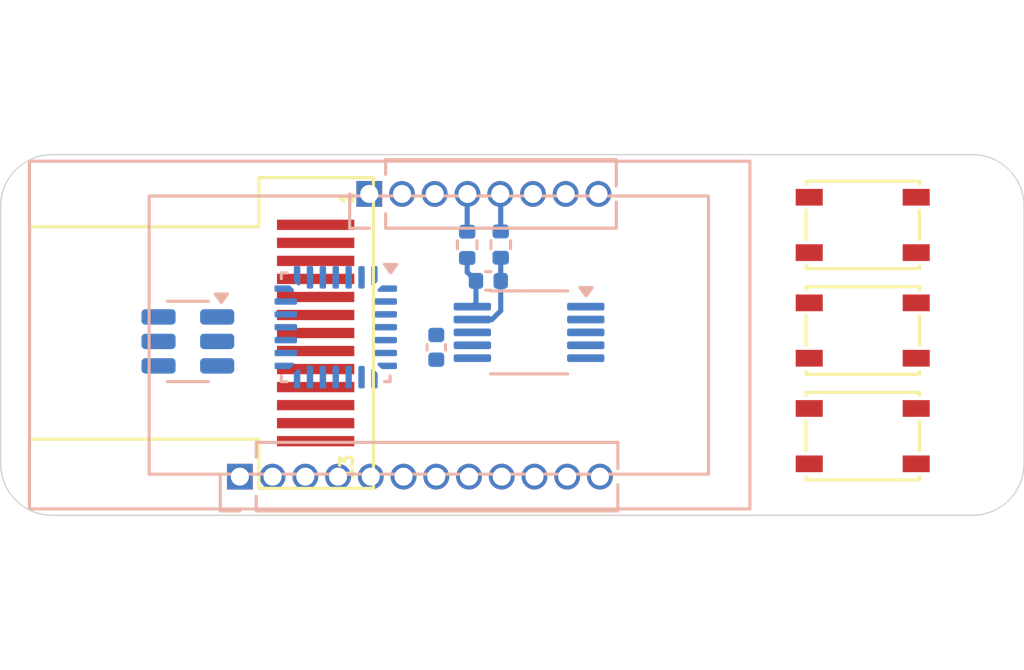
<source format=kicad_pcb>
(kicad_pcb (version 20240108) (generator "pcbnew") (generator_version "8.0")
  (layers (0 "F.Cu" signal) (31 "B.Cu" signal) (34 "B.Paste" user) (35 "F.Paste" user) (36 "B.SilkS" user "B.Silkscreen") (37 "F.SilkS" user "F.Silkscreen") (38 "B.Mask" user) (39 "F.Mask" user) (44 "Edge.Cuts" user))
  (net 0 "")
  (net 3 "/ina226/GND")
  (net 6 "/ina226/VSS")
  (net 12 "Net-(U4-Vin-)")
  (net 30 "Net-(U4-Vin+)")
  (net 37 "+3V3")
  (net 38 "GND")
  (net 39 "Net-(U3-BOOT)")
  (net 40 "Net-(U3-EN)")
  (net 41 "+20V")
  (net 42 "Net-(U3-SW)")
  (net 43 "Net-(U3-FB)")
  (net 44 "/ina226/SDA")
  (net 45 "/ina226/SCL")
  (net 46 "/ina226/~{ALERT}")
  (net 47 "/SDA")
  (net 48 "/SCL")
  (net 50 "/LCD_SPI.MOSI")
  (net 56 "/LCD_SPI.SCK")
  (net 58 "/LCD_SPI.NSS")
  (net 59 "/LCD_SPI.RST")
  (net 61 "/LCD_SPI.DC")
  (net 62 "/VIN-")
  (net 63 "/VIN+")
  (footprint "my_footprint:KEY-SMD_4P-L4.2-W3.4-P2.15-LS4.5-TL" (layer "F.Cu") (at 166 109.05)
    (property "Reference" "SW1" (hide yes))
    (property "Value" "SW_Push")
    (fp_line (start -2.256 -1.772) (end -2.256 -1.652) (stroke (width 0.12)) (layer "F.SilkS"))
    (fp_line (start -2.256 -0.642) (end -2.256 0.498) (stroke (width 0.12)) (layer "F.SilkS"))
    (fp_line (start -2.256 1.508) (end -2.256 1.628) (stroke (width 0.12)) (layer "F.SilkS"))
    (fp_line (start -2.256 1.628) (end 2.144 1.628) (stroke (width 0.12)) (layer "F.SilkS"))
    (fp_line (start 2.144 -1.772) (end -2.256 -1.772) (stroke (width 0.12)) (layer "F.SilkS"))
    (fp_line (start 2.144 -1.652) (end 2.144 -1.772) (stroke (width 0.12)) (layer "F.SilkS"))
    (fp_line (start 2.144 0.498) (end 2.144 -0.642) (stroke (width 0.12)) (layer "F.SilkS"))
    (fp_line (start 2.144 1.628) (end 2.144 1.508) (stroke (width 0.12)) (layer "F.SilkS"))
    (pad "1" smd rect (at -2.131 -1.147) (size 1.05 0.65) (layers "F.Cu" "F.Paste" "F.Mask"))
    (pad "1" smd rect (at 2.019 -1.147) (size 1.05 0.65) (layers "F.Cu" "F.Paste" "F.Mask"))
    (pad "2" smd rect (at -2.131 1.003) (size 1.05 0.65) (layers "F.Cu" "F.Paste" "F.Mask"))
    (pad "2" smd rect (at 2.019 1.003) (size 1.05 0.65) (layers "F.Cu" "F.Paste" "F.Mask"))
  )
  (footprint "my_footprint:KEY-SMD_4P-L4.2-W3.4-P2.15-LS4.5-TL" (layer "F.Cu") (at 166 113.15)
    (property "Reference" "SW2" (hide yes))
    (property "Value" "SW_Push")
    (fp_line (start -2.256 -1.772) (end -2.256 -1.652) (stroke (width 0.12)) (layer "F.SilkS"))
    (fp_line (start -2.256 -0.642) (end -2.256 0.498) (stroke (width 0.12)) (layer "F.SilkS"))
    (fp_line (start -2.256 1.508) (end -2.256 1.628) (stroke (width 0.12)) (layer "F.SilkS"))
    (fp_line (start -2.256 1.628) (end 2.144 1.628) (stroke (width 0.12)) (layer "F.SilkS"))
    (fp_line (start 2.144 -1.772) (end -2.256 -1.772) (stroke (width 0.12)) (layer "F.SilkS"))
    (fp_line (start 2.144 -1.652) (end 2.144 -1.772) (stroke (width 0.12)) (layer "F.SilkS"))
    (fp_line (start 2.144 0.498) (end 2.144 -0.642) (stroke (width 0.12)) (layer "F.SilkS"))
    (fp_line (start 2.144 1.628) (end 2.144 1.508) (stroke (width 0.12)) (layer "F.SilkS"))
    (pad "1" smd rect (at -2.131 -1.147) (size 1.05 0.65) (layers "F.Cu" "F.Paste" "F.Mask"))
    (pad "1" smd rect (at 2.019 -1.147) (size 1.05 0.65) (layers "F.Cu" "F.Paste" "F.Mask"))
    (pad "2" smd rect (at -2.131 1.003) (size 1.05 0.65) (layers "F.Cu" "F.Paste" "F.Mask"))
    (pad "2" smd rect (at 2.019 1.003) (size 1.05 0.65) (layers "F.Cu" "F.Paste" "F.Mask"))
  )
  (footprint "my_footprint:KEY-SMD_4P-L4.2-W3.4-P2.15-LS4.5-TL" (layer "F.Cu") (at 166 117.25)
    (property "Reference" "SW3" (hide yes))
    (property "Value" "SW_Push")
    (fp_line (start -2.256 -1.772) (end -2.256 -1.652) (stroke (width 0.12)) (layer "F.SilkS"))
    (fp_line (start -2.256 -0.642) (end -2.256 0.498) (stroke (width 0.12)) (layer "F.SilkS"))
    (fp_line (start -2.256 1.508) (end -2.256 1.628) (stroke (width 0.12)) (layer "F.SilkS"))
    (fp_line (start -2.256 1.628) (end 2.144 1.628) (stroke (width 0.12)) (layer "F.SilkS"))
    (fp_line (start 2.144 -1.772) (end -2.256 -1.772) (stroke (width 0.12)) (layer "F.SilkS"))
    (fp_line (start 2.144 -1.652) (end 2.144 -1.772) (stroke (width 0.12)) (layer "F.SilkS"))
    (fp_line (start 2.144 0.498) (end 2.144 -0.642) (stroke (width 0.12)) (layer "F.SilkS"))
    (fp_line (start 2.144 1.628) (end 2.144 1.508) (stroke (width 0.12)) (layer "F.SilkS"))
    (pad "1" smd rect (at -2.131 -1.147) (size 1.05 0.65) (layers "F.Cu" "F.Paste" "F.Mask"))
    (pad "1" smd rect (at 2.019 -1.147) (size 1.05 0.65) (layers "F.Cu" "F.Paste" "F.Mask"))
    (pad "2" smd rect (at -2.131 1.003) (size 1.05 0.65) (layers "F.Cu" "F.Paste" "F.Mask"))
    (pad "2" smd rect (at 2.019 1.003) (size 1.05 0.65) (layers "F.Cu" "F.Paste" "F.Mask"))
  )
  (footprint "Package_SO:VSSOP-10_3x3mm_P0.5mm" (layer "B.Cu") (at 153 113.15 180)
    (property "Reference" "U4" (hide yes))
    (property "Value" "INA228")
    (fp_line (start 1.5 1.61) (end 0 1.61) (stroke (width 0.12)) (layer "B.SilkS"))
    (fp_line (start 1.5 -1.61) (end 0 -1.61) (stroke (width 0.12)) (layer "B.SilkS"))
    (fp_line (start -1.5 1.61) (end 0 1.61) (stroke (width 0.12)) (layer "B.SilkS"))
    (fp_line (start -1.5 -1.61) (end 0 -1.61) (stroke (width 0.12)) (layer "B.SilkS"))
    (fp_poly (pts (xy -2.2125 1.41) (xy -2.4525 1.74) (xy -1.9725 1.74) (xy -2.2125 1.41)) (stroke (width 0.12)) (fill solid) (layer "B.SilkS"))
    (pad "1" smd roundrect (at -2.2 1 180) (size 1.45 0.3) (layers "B.Cu" "B.Paste" "B.Mask") (net 3 "/ina226/GND"))
    (pad "2" smd roundrect (at -2.2 0.5 180) (size 1.45 0.3) (layers "B.Cu" "B.Paste" "B.Mask") (net 3 "/ina226/GND"))
    (pad "3" smd roundrect (at -2.2 0 180) (size 1.45 0.3) (layers "B.Cu" "B.Paste" "B.Mask") (net 46 "/ina226/~{ALERT}"))
    (pad "4" smd roundrect (at -2.2 -0.5 180) (size 1.45 0.3) (layers "B.Cu" "B.Paste" "B.Mask") (net 44 "/ina226/SDA"))
    (pad "5" smd roundrect (at -2.2 -1 180) (size 1.45 0.3) (layers "B.Cu" "B.Paste" "B.Mask") (net 45 "/ina226/SCL"))
    (pad "6" smd roundrect (at 2.2 -1 180) (size 1.45 0.3) (layers "B.Cu" "B.Paste" "B.Mask") (net 6 "/ina226/VSS"))
    (pad "7" smd roundrect (at 2.2 -0.5 180) (size 1.45 0.3) (layers "B.Cu" "B.Paste" "B.Mask") (net 3 "/ina226/GND"))
    (pad "8" smd roundrect (at 2.2 0 180) (size 1.45 0.3) (layers "B.Cu" "B.Paste" "B.Mask") (net 63 "/VIN+"))
    (pad "9" smd roundrect (at 2.2 0.5 180) (size 1.45 0.3) (layers "B.Cu" "B.Paste" "B.Mask") (net 12 "Net-(U4-Vin-)"))
    (pad "10" smd roundrect (at 2.2 1 180) (size 1.45 0.3) (layers "B.Cu" "B.Paste" "B.Mask") (net 30 "Net-(U4-Vin+)"))
  )
  (footprint "Package_DFN_QFN:QFN-28_4x4mm_P0.5mm" (layer "B.Cu") (at 145.5 112.95 180)
    (property "Reference" "U1" (hide yes))
    (property "Value" "STM32G031G8Ux")
    (fp_line (start 2.11 2.11) (end 1.885 2.11) (stroke (width 0.12)) (layer "B.SilkS"))
    (fp_line (start 2.11 1.885) (end 2.11 2.11) (stroke (width 0.12)) (layer "B.SilkS"))
    (fp_line (start 2.11 -1.885) (end 2.11 -2.11) (stroke (width 0.12)) (layer "B.SilkS"))
    (fp_line (start 2.11 -2.11) (end 1.885 -2.11) (stroke (width 0.12)) (layer "B.SilkS"))
    (fp_line (start -2.11 -1.885) (end -2.11 -2.11) (stroke (width 0.12)) (layer "B.SilkS"))
    (fp_line (start -2.11 -2.11) (end -1.885 -2.11) (stroke (width 0.12)) (layer "B.SilkS"))
    (fp_poly (pts (xy -2.13 2.11) (xy -2.37 2.44) (xy -1.89 2.44) (xy -2.13 2.11)) (stroke (width 0.12)) (fill solid) (layer "B.SilkS"))
    (pad "1" smd custom (at -1.9975 1.5 180) (size 0.136863 0.136863) (layers "B.Cu" "B.Paste" "B.Mask") (options (clearance outline) (anchor circle)) (primitives (gr_poly (pts (xy -0.3325 0.08) (xy 0.19886 0.08) (xy 0.3325 -0.05364) (xy 0.3325 -0.08) (xy -0.3325 -0.08)) (width 0.09) (fill yes))))
    (pad "2" smd roundrect (at -1.9375 1 180) (size 0.875 0.25) (layers "B.Cu" "B.Paste" "B.Mask"))
    (pad "3" smd roundrect (at -1.9375 0.5 180) (size 0.875 0.25) (layers "B.Cu" "B.Paste" "B.Mask") (net 37 "+3V3"))
    (pad "4" smd roundrect (at -1.9375 0 180) (size 0.875 0.25) (layers "B.Cu" "B.Paste" "B.Mask") (net 38 "GND"))
    (pad "5" smd roundrect (at -1.9375 -0.5 180) (size 0.875 0.25) (layers "B.Cu" "B.Paste" "B.Mask"))
    (pad "6" smd roundrect (at -1.9375 -1 180) (size 0.875 0.25) (layers "B.Cu" "B.Paste" "B.Mask"))
    (pad "7" smd custom (at -1.9975 -1.5 180) (size 0.136863 0.136863) (layers "B.Cu" "B.Paste" "B.Mask") (options (clearance outline) (anchor circle)) (primitives (gr_poly (pts (xy -0.3325 0.08) (xy 0.3325 0.08) (xy 0.3325 0.05364) (xy 0.19886 -0.08) (xy -0.3325 -0.08)) (width 0.09) (fill yes))))
    (pad "8" smd custom (at -1.5 -1.9975 180) (size 0.136863 0.136863) (layers "B.Cu" "B.Paste" "B.Mask") (options (clearance outline) (anchor circle)) (primitives (gr_poly (pts (xy -0.08 0.19886) (xy 0.05364 0.3325) (xy 0.08 0.3325) (xy 0.08 -0.3325) (xy -0.08 -0.3325)) (width 0.09) (fill yes))))
    (pad "9" smd roundrect (at -1 -1.9375 180) (size 0.25 0.875) (layers "B.Cu" "B.Paste" "B.Mask"))
    (pad "10" smd roundrect (at -0.5 -1.9375 180) (size 0.25 0.875) (layers "B.Cu" "B.Paste" "B.Mask"))
    (pad "11" smd roundrect (at 0 -1.9375 180) (size 0.25 0.875) (layers "B.Cu" "B.Paste" "B.Mask"))
    (pad "12" smd roundrect (at 0.5 -1.9375 180) (size 0.25 0.875) (layers "B.Cu" "B.Paste" "B.Mask"))
    (pad "13" smd roundrect (at 1 -1.9375 180) (size 0.25 0.875) (layers "B.Cu" "B.Paste" "B.Mask"))
    (pad "14" smd custom (at 1.5 -1.9975 180) (size 0.136863 0.136863) (layers "B.Cu" "B.Paste" "B.Mask") (options (clearance outline) (anchor circle)) (primitives (gr_poly (pts (xy -0.08 0.3325) (xy -0.05364 0.3325) (xy 0.08 0.19886) (xy 0.08 -0.3325) (xy -0.08 -0.3325)) (width 0.09) (fill yes))))
    (pad "15" smd custom (at 1.9975 -1.5 180) (size 0.136863 0.136863) (layers "B.Cu" "B.Paste" "B.Mask") (options (clearance outline) (anchor circle)) (primitives (gr_poly (pts (xy -0.3325 0.08) (xy 0.3325 0.08) (xy 0.3325 -0.08) (xy -0.19886 -0.08) (xy -0.3325 0.05364)) (width 0.09) (fill yes))))
    (pad "16" smd roundrect (at 1.9375 -1 180) (size 0.875 0.25) (layers "B.Cu" "B.Paste" "B.Mask"))
    (pad "17" smd roundrect (at 1.9375 -0.5 180) (size 0.875 0.25) (layers "B.Cu" "B.Paste" "B.Mask"))
    (pad "18" smd roundrect (at 1.9375 0 180) (size 0.875 0.25) (layers "B.Cu" "B.Paste" "B.Mask"))
    (pad "19" smd roundrect (at 1.9375 0.5 180) (size 0.875 0.25) (layers "B.Cu" "B.Paste" "B.Mask"))
    (pad "20" smd roundrect (at 1.9375 1 180) (size 0.875 0.25) (layers "B.Cu" "B.Paste" "B.Mask"))
    (pad "21" smd custom (at 1.9975 1.5 180) (size 0.136863 0.136863) (layers "B.Cu" "B.Paste" "B.Mask") (options (clearance outline) (anchor circle)) (primitives (gr_poly (pts (xy -0.3325 -0.05364) (xy -0.19886 0.08) (xy 0.3325 0.08) (xy 0.3325 -0.08) (xy -0.3325 -0.08)) (width 0.09) (fill yes))))
    (pad "22" smd custom (at 1.5 1.9975 180) (size 0.136863 0.136863) (layers "B.Cu" "B.Paste" "B.Mask") (options (clearance outline) (anchor circle)) (primitives (gr_poly (pts (xy -0.08 0.3325) (xy 0.08 0.3325) (xy 0.08 -0.19886) (xy -0.05364 -0.3325) (xy -0.08 -0.3325)) (width 0.09) (fill yes))))
    (pad "23" smd roundrect (at 1 1.9375 180) (size 0.25 0.875) (layers "B.Cu" "B.Paste" "B.Mask"))
    (pad "24" smd roundrect (at 0.5 1.9375 180) (size 0.25 0.875) (layers "B.Cu" "B.Paste" "B.Mask"))
    (pad "25" smd roundrect (at 0 1.9375 180) (size 0.25 0.875) (layers "B.Cu" "B.Paste" "B.Mask"))
    (pad "26" smd roundrect (at -0.5 1.9375 180) (size 0.25 0.875) (layers "B.Cu" "B.Paste" "B.Mask"))
    (pad "27" smd roundrect (at -1 1.9375 180) (size 0.25 0.875) (layers "B.Cu" "B.Paste" "B.Mask"))
    (pad "28" smd custom (at -1.5 1.9975 180) (size 0.136863 0.136863) (layers "B.Cu" "B.Paste" "B.Mask") (options (clearance outline) (anchor circle)) (primitives (gr_poly (pts (xy -0.08 0.3325) (xy 0.08 0.3325) (xy 0.08 -0.3325) (xy 0.05364 -0.3325) (xy -0.08 -0.19886)) (width 0.09) (fill yes))))
  )
  (footprint "Resistor_SMD:R_0402_1005Metric" (layer "B.Cu") (at 151.9 109.74 -90)
    (property "Reference" "R8" (hide yes))
    (property "Value" "68R")
    (fp_line (start 0.153641 0.38) (end -0.153641 0.38) (stroke (width 0.12)) (layer "B.SilkS"))
    (fp_line (start 0.153641 -0.38) (end -0.153641 -0.38) (stroke (width 0.12)) (layer "B.SilkS"))
    (pad "1" smd roundrect (at -0.51 0 270) (size 0.54 0.64) (layers "B.Cu" "B.Paste" "B.Mask") (net 62 "/VIN-"))
    (pad "2" smd roundrect (at 0.51 0 270) (size 0.54 0.64) (layers "B.Cu" "B.Paste" "B.Mask") (net 12 "Net-(U4-Vin-)"))
  )
  (footprint "Connector_PinSocket_1.27mm:PinSocket_1x12_P1.27mm_Vertical" (layer "B.Cu") (at 141.78 118.75 -90)
    (property "Reference" "J1" (hide yes))
    (property "Value" "Conn_01x12_Socket")
    (fp_line (start 1.33 0.76) (end 0 0.76) (stroke (width 0.12)) (layer "B.SilkS"))
    (fp_line (start 1.33 0) (end 1.33 0.76) (stroke (width 0.12)) (layer "B.SilkS"))
    (fp_line (start -0.76 -0.635) (end -1.33 -0.635) (stroke (width 0.12)) (layer "B.SilkS"))
    (fp_line (start 1.33 -0.635) (end 0.76 -0.635) (stroke (width 0.12)) (layer "B.SilkS"))
    (fp_line (start -1.33 -14.665) (end -1.33 -0.635) (stroke (width 0.12)) (layer "B.SilkS"))
    (fp_line (start -0.30753 -14.665) (end -1.33 -14.665) (stroke (width 0.12)) (layer "B.SilkS"))
    (fp_line (start 1.33 -14.665) (end 1.33 -0.635) (stroke (width 0.12)) (layer "B.SilkS"))
    (fp_line (start 1.33 -14.665) (end 0.30753 -14.665) (stroke (width 0.12)) (layer "B.SilkS"))
    (pad "1" thru_hole rect (at 0 0 270) (size 1 1) (drill 0.7) (layers "*.Cu" "*.Mask") (net 41 "+20V"))
    (pad "2" thru_hole oval (at 0 -1.27 270) (size 1 1) (drill 0.7) (layers "*.Cu" "*.Mask") (net 41 "+20V"))
    (pad "3" thru_hole oval (at 0 -2.54 270) (size 1 1) (drill 0.7) (layers "*.Cu" "*.Mask") (net 41 "+20V"))
    (pad "4" thru_hole oval (at 0 -3.81 270) (size 1 1) (drill 0.7) (layers "*.Cu" "*.Mask") (net 41 "+20V"))
    (pad "5" thru_hole oval (at 0 -5.08 270) (size 1 1) (drill 0.7) (layers "*.Cu" "*.Mask") (net 41 "+20V"))
    (pad "6" thru_hole oval (at 0 -6.35 270) (size 1 1) (drill 0.7) (layers "*.Cu" "*.Mask") (net 47 "/SDA"))
    (pad "7" thru_hole oval (at 0 -7.62 270) (size 1 1) (drill 0.7) (layers "*.Cu" "*.Mask") (net 48 "/SCL"))
    (pad "8" thru_hole oval (at 0 -8.89 270) (size 1 1) (drill 0.7) (layers "*.Cu" "*.Mask") (net 38 "GND"))
    (pad "9" thru_hole oval (at 0 -10.16 270) (size 1 1) (drill 0.7) (layers "*.Cu" "*.Mask") (net 38 "GND"))
    (pad "10" thru_hole oval (at 0 -11.43 270) (size 1 1) (drill 0.7) (layers "*.Cu" "*.Mask") (net 38 "GND"))
    (pad "11" thru_hole oval (at 0 -12.7 270) (size 1 1) (drill 0.7) (layers "*.Cu" "*.Mask") (net 38 "GND"))
    (pad "12" thru_hole oval (at 0 -13.97 270) (size 1 1) (drill 0.7) (layers "*.Cu" "*.Mask") (net 38 "GND"))
  )
  (footprint "Capacitor_SMD:C_0402_1005Metric" (layer "B.Cu") (at 151.42 111.15)
    (property "Reference" "C7" (hide yes))
    (property "Value" "100nF")
    (fp_line (start 0.107836 -0.36) (end -0.107836 -0.36) (stroke (width 0.12)) (layer "B.SilkS"))
    (fp_line (start 0.107836 0.36) (end -0.107836 0.36) (stroke (width 0.12)) (layer "B.SilkS"))
    (pad "1" smd roundrect (at -0.48 0) (size 0.56 0.62) (layers "B.Cu" "B.Paste" "B.Mask") (net 30 "Net-(U4-Vin+)"))
    (pad "2" smd roundrect (at 0.48 0) (size 0.56 0.62) (layers "B.Cu" "B.Paste" "B.Mask") (net 12 "Net-(U4-Vin-)"))
  )
  (footprint "Capacitor_SMD:C_0402_1005Metric" (layer "B.Cu") (at 149.4 113.73 90)
    (property "Reference" "C6" (hide yes))
    (property "Value" "C")
    (fp_line (start 0.107836 -0.36) (end -0.107836 -0.36) (stroke (width 0.12)) (layer "B.SilkS"))
    (fp_line (start 0.107836 0.36) (end -0.107836 0.36) (stroke (width 0.12)) (layer "B.SilkS"))
    (pad "1" smd roundrect (at -0.48 0 90) (size 0.56 0.62) (layers "B.Cu" "B.Paste" "B.Mask") (net 6 "/ina226/VSS"))
    (pad "2" smd roundrect (at 0.48 0 90) (size 0.56 0.62) (layers "B.Cu" "B.Paste" "B.Mask") (net 3 "/ina226/GND"))
  )
  (footprint "Resistor_SMD:R_0402_1005Metric" (layer "B.Cu") (at 150.6 109.75 -90)
    (property "Reference" "R6" (hide yes))
    (property "Value" "68R")
    (fp_line (start 0.153641 0.38) (end -0.153641 0.38) (stroke (width 0.12)) (layer "B.SilkS"))
    (fp_line (start 0.153641 -0.38) (end -0.153641 -0.38) (stroke (width 0.12)) (layer "B.SilkS"))
    (pad "1" smd roundrect (at -0.51 0 270) (size 0.54 0.64) (layers "B.Cu" "B.Paste" "B.Mask") (net 63 "/VIN+"))
    (pad "2" smd roundrect (at 0.51 0 270) (size 0.54 0.64) (layers "B.Cu" "B.Paste" "B.Mask") (net 30 "Net-(U4-Vin+)"))
  )
  (footprint "Package_TO_SOT_SMD:SOT-23-6" (layer "B.Cu") (at 139.7625 113.5 180)
    (property "Reference" "U3" (hide yes))
    (property "Value" "TPS54202DDC")
    (fp_line (start 0.8 1.56) (end 0 1.56) (stroke (width 0.12)) (layer "B.SilkS"))
    (fp_line (start 0.8 -1.56) (end 0 -1.56) (stroke (width 0.12)) (layer "B.SilkS"))
    (fp_line (start -0.8 1.56) (end 0 1.56) (stroke (width 0.12)) (layer "B.SilkS"))
    (fp_line (start -0.8 -1.56) (end 0 -1.56) (stroke (width 0.12)) (layer "B.SilkS"))
    (fp_poly (pts (xy -1.3 1.51) (xy -1.54 1.84) (xy -1.06 1.84) (xy -1.3 1.51)) (stroke (width 0.12)) (fill solid) (layer "B.SilkS"))
    (pad "1" smd roundrect (at -1.1375 0.95 180) (size 1.325 0.6) (layers "B.Cu" "B.Paste" "B.Mask") (net 38 "GND"))
    (pad "2" smd roundrect (at -1.1375 0 180) (size 1.325 0.6) (layers "B.Cu" "B.Paste" "B.Mask") (net 42 "Net-(U3-SW)"))
    (pad "3" smd roundrect (at -1.1375 -0.95 180) (size 1.325 0.6) (layers "B.Cu" "B.Paste" "B.Mask") (net 41 "+20V"))
    (pad "4" smd roundrect (at 1.1375 -0.95 180) (size 1.325 0.6) (layers "B.Cu" "B.Paste" "B.Mask") (net 43 "Net-(U3-FB)"))
    (pad "5" smd roundrect (at 1.1375 0 180) (size 1.325 0.6) (layers "B.Cu" "B.Paste" "B.Mask") (net 40 "Net-(U3-EN)"))
    (pad "6" smd roundrect (at 1.1375 0.95 180) (size 1.325 0.6) (layers "B.Cu" "B.Paste" "B.Mask") (net 39 "Net-(U3-BOOT)"))
  )
  (footprint "Connector_PinSocket_1.27mm:PinSocket_1x08_P1.27mm_Vertical" (layer "B.Cu") (at 146.8 107.775 -90)
    (property "Reference" "J2" (hide yes))
    (property "Value" "Conn_01x08_Socket")
    (fp_line (start 1.33 0.76) (end 0 0.76) (stroke (width 0.12)) (layer "B.SilkS"))
    (fp_line (start 1.33 0) (end 1.33 0.76) (stroke (width 0.12)) (layer "B.SilkS"))
    (fp_line (start -0.76 -0.635) (end -1.33 -0.635) (stroke (width 0.12)) (layer "B.SilkS"))
    (fp_line (start 1.33 -0.635) (end 0.76 -0.635) (stroke (width 0.12)) (layer "B.SilkS"))
    (fp_line (start -1.33 -9.585) (end -1.33 -0.635) (stroke (width 0.12)) (layer "B.SilkS"))
    (fp_line (start -0.30753 -9.585) (end -1.33 -9.585) (stroke (width 0.12)) (layer "B.SilkS"))
    (fp_line (start 1.33 -9.585) (end 1.33 -0.635) (stroke (width 0.12)) (layer "B.SilkS"))
    (fp_line (start 1.33 -9.585) (end 0.30753 -9.585) (stroke (width 0.12)) (layer "B.SilkS"))
    (pad "1" thru_hole rect (at 0 0 270) (size 1 1) (drill 0.7) (layers "*.Cu" "*.Mask"))
    (pad "2" thru_hole oval (at 0 -1.27 270) (size 1 1) (drill 0.7) (layers "*.Cu" "*.Mask"))
    (pad "3" thru_hole oval (at 0 -2.54 270) (size 1 1) (drill 0.7) (layers "*.Cu" "*.Mask"))
    (pad "4" thru_hole oval (at 0 -3.81 270) (size 1 1) (drill 0.7) (layers "*.Cu" "*.Mask") (net 63 "/VIN+"))
    (pad "5" thru_hole oval (at 0 -5.08 270) (size 1 1) (drill 0.7) (layers "*.Cu" "*.Mask") (net 62 "/VIN-"))
    (pad "6" thru_hole oval (at 0 -6.35 270) (size 1 1) (drill 0.7) (layers "*.Cu" "*.Mask"))
    (pad "7" thru_hole oval (at 0 -7.62 270) (size 1 1) (drill 0.7) (layers "*.Cu" "*.Mask"))
    (pad "8" thru_hole oval (at 0 -8.89 270) (size 1 1) (drill 0.7) (layers "*.Cu" "*.Mask"))
  )
  (footprint "my_footprint:ips-16080-0.96" (layer "B.Cu") (at 149.8 113.25 180)
    (property "Reference" "U2" (hide yes))
    (property "Value" "ips_0.96_16080")
    (fp_rect (start 16.18223 -6.753421) (end -11.76777 6.746579) (stroke (width 0.12)) (fill none) (layer "B.SilkS"))
    (fp_rect (start 11.54 -5.403421) (end -10.16 5.396579) (stroke (width 0.12)) (fill none) (layer "B.SilkS"))
    (fp_poly (pts (xy 16.17223 4.206579) (xy 7.28223 4.206579) (xy 7.28223 6.111579) (xy 2.83723 6.111579) (xy 2.83723 -5.953421) (xy 7.28223 -5.953421) (xy 7.28223 -4.048421) (xy 16.17223 -4.048421)) (stroke (width 0.12)) (fill none) (layer "F.SilkS"))
    (fp_text user "1" (at 3.5814 5.0038 90) (layer "F.SilkS") (effects (font (size 0.5 0.5) (thickness 0.125)) (justify left bottom)))
    (fp_text user "13" (at 3.5814 -5.6896 90) (layer "F.SilkS") (effects (font (size 0.5 0.5) (thickness 0.125)) (justify left bottom)))
    (pad "1" smd rect (at 5.08 4.2762 180) (size 3 0.4) (layers "F.Cu" "F.Paste" "F.Mask"))
    (pad "2" smd rect (at 5.08 3.5762 180) (size 3 0.4) (layers "F.Cu" "F.Paste" "F.Mask"))
    (pad "3" smd rect (at 5.08 2.8762 180) (size 3 0.4) (layers "F.Cu" "F.Paste" "F.Mask") (net 50 "/LCD_SPI.MOSI"))
    (pad "4" smd rect (at 5.08 2.1762 180) (size 3 0.4) (layers "F.Cu" "F.Paste" "F.Mask") (net 56 "/LCD_SPI.SCK"))
    (pad "5" smd rect (at 5.08 1.4762 180) (size 3 0.4) (layers "F.Cu" "F.Paste" "F.Mask") (net 61 "/LCD_SPI.DC"))
    (pad "6" smd rect (at 5.08 0.7762 180) (size 3 0.4) (layers "F.Cu" "F.Paste" "F.Mask") (net 59 "/LCD_SPI.RST"))
    (pad "7" smd rect (at 5.08 0.0762 180) (size 3 0.4) (layers "F.Cu" "F.Paste" "F.Mask") (net 58 "/LCD_SPI.NSS"))
    (pad "8" smd rect (at 5.08 -0.6238 180) (size 3 0.4) (layers "F.Cu" "F.Paste" "F.Mask"))
    (pad "9" smd rect (at 5.08 -1.3238 180) (size 3 0.4) (layers "F.Cu" "F.Paste" "F.Mask"))
    (pad "10" smd rect (at 5.08 -2.0238 180) (size 3 0.4) (layers "F.Cu" "F.Paste" "F.Mask"))
    (pad "11" smd rect (at 5.08 -2.7238 180) (size 3 0.4) (layers "F.Cu" "F.Paste" "F.Mask"))
    (pad "12" smd rect (at 5.08 -3.4238 180) (size 3 0.4) (layers "F.Cu" "F.Paste" "F.Mask"))
    (pad "13" smd rect (at 5.08 -4.1238 180) (size 3 0.4) (layers "F.Cu" "F.Paste" "F.Mask"))
  )
  (gr_arc (start 134.5 120.25) (mid 133.085786 119.664214) (end 132.5 118.25) (stroke (width 0.05)) (layer "Edge.Cuts"))
  (gr_line (start 134.5 106.25) (end 170.2 106.25) (stroke (width 0.05)) (layer "Edge.Cuts"))
  (gr_line (start 170.2 120.25) (end 134.5 120.25) (stroke (width 0.05)) (layer "Edge.Cuts"))
  (gr_arc (start 172.2 118.25) (mid 171.614214 119.664214) (end 170.2 120.25) (stroke (width 0.05)) (layer "Edge.Cuts"))
  (gr_arc (start 132.5 108.25) (mid 133.085786 106.835786) (end 134.5 106.25) (stroke (width 0.05)) (layer "Edge.Cuts"))
  (gr_arc (start 170.2 106.25) (mid 171.614214 106.835786) (end 172.2 108.25) (stroke (width 0.05)) (layer "Edge.Cuts"))
  (gr_line (start 132.5 118.25) (end 132.5 108.25) (stroke (width 0.05)) (layer "Edge.Cuts"))
  (gr_line (start 172.2 108.25) (end 172.2 118.25) (stroke (width 0.05)) (layer "Edge.Cuts"))
  (segment (start 151.9 110.25) (end 151.9 111.15) (width 0.2) (layer "B.Cu") (net 12))
  (segment (start 151.9 111.15) (end 151.9 112.30741) (width 0.2) (layer "B.Cu") (net 12))
  (segment (start 151.55741 112.65) (end 150.8 112.65) (width 0.2) (layer "B.Cu") (net 12))
  (segment (start 151.9 112.30741) (end 151.55741 112.65) (width 0.2) (layer "B.Cu") (net 12))
  (segment (start 150.94 112.01) (end 150.8 112.15) (width 0.2) (layer "B.Cu") (net 30))
  (segment (start 150.6 110.81) (end 150.94 111.15) (width 0.2) (layer "B.Cu") (net 30))
  (segment (start 150.6 110.26) (end 150.6 110.81) (width 0.2) (layer "B.Cu") (net 30))
  (segment (start 150.94 111.15) (end 150.94 112.01) (width 0.2) (layer "B.Cu") (net 30))
  (segment (start 151.9 107.795) (end 151.88 107.775) (width 0.2) (layer "B.Cu") (net 62))
  (segment (start 151.9 109.23) (end 151.9 107.795) (width 0.2) (layer "B.Cu") (net 62))
  (segment (start 150.6 107.785) (end 150.61 107.775) (width 0.2) (layer "B.Cu") (net 63))
  (segment (start 150.6 109.24) (end 150.6 107.785) (width 0.2) (layer "B.Cu") (net 63))
)
</source>
